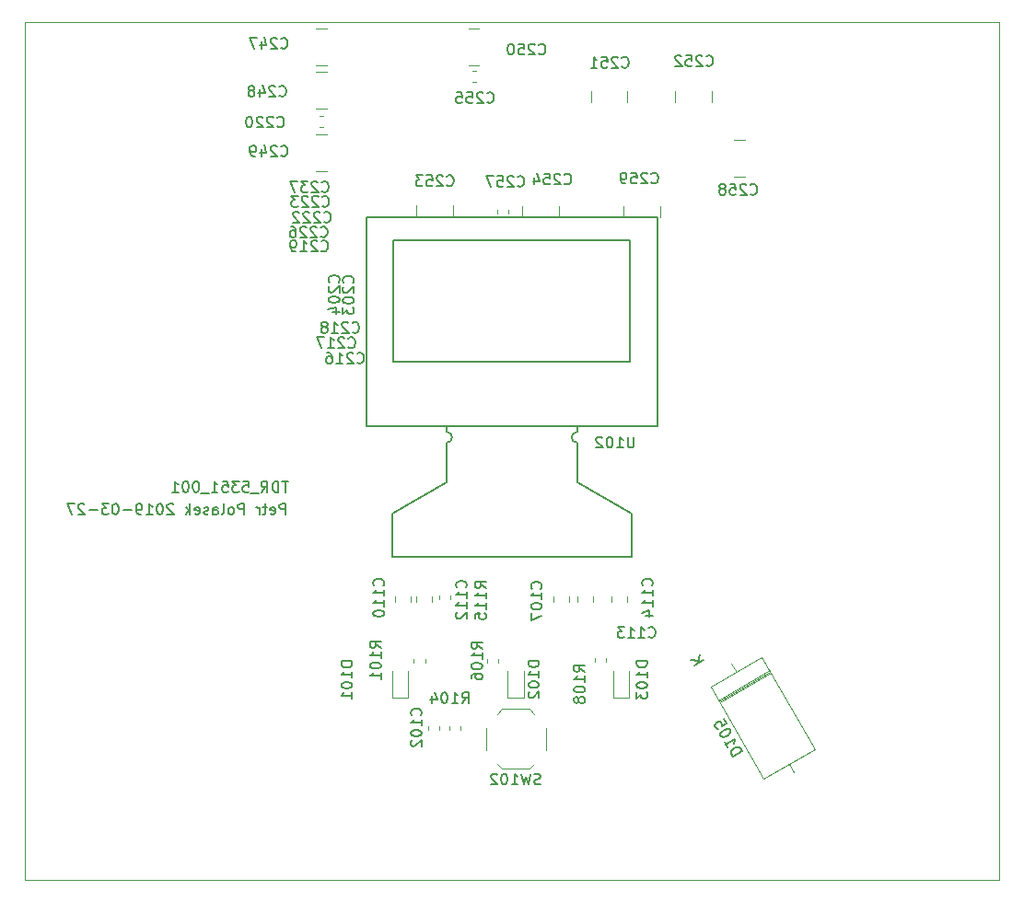
<source format=gbr>
G04 #@! TF.GenerationSoftware,KiCad,Pcbnew,5.1.0-unknown-c1c4a09~82~ubuntu18.04.1*
G04 #@! TF.CreationDate,2019-03-27T22:18:46+01:00*
G04 #@! TF.ProjectId,TDR_5351_core,5444525f-3533-4353-915f-636f72652e6b,rev?*
G04 #@! TF.SameCoordinates,Original*
G04 #@! TF.FileFunction,Legend,Bot*
G04 #@! TF.FilePolarity,Positive*
%FSLAX46Y46*%
G04 Gerber Fmt 4.6, Leading zero omitted, Abs format (unit mm)*
G04 Created by KiCad (PCBNEW 5.1.0-unknown-c1c4a09~82~ubuntu18.04.1) date 2019-03-27 22:18:46*
%MOMM*%
%LPD*%
G04 APERTURE LIST*
%ADD10C,0.150000*%
%ADD11C,0.050000*%
%ADD12C,0.120000*%
G04 APERTURE END LIST*
D10*
X192000000Y-75302380D02*
X192000000Y-74302380D01*
X191619047Y-74302380D01*
X191523809Y-74350000D01*
X191476190Y-74397619D01*
X191428571Y-74492857D01*
X191428571Y-74635714D01*
X191476190Y-74730952D01*
X191523809Y-74778571D01*
X191619047Y-74826190D01*
X192000000Y-74826190D01*
X190619047Y-75254761D02*
X190714285Y-75302380D01*
X190904761Y-75302380D01*
X191000000Y-75254761D01*
X191047619Y-75159523D01*
X191047619Y-74778571D01*
X191000000Y-74683333D01*
X190904761Y-74635714D01*
X190714285Y-74635714D01*
X190619047Y-74683333D01*
X190571428Y-74778571D01*
X190571428Y-74873809D01*
X191047619Y-74969047D01*
X190285714Y-74635714D02*
X189904761Y-74635714D01*
X190142857Y-74302380D02*
X190142857Y-75159523D01*
X190095238Y-75254761D01*
X190000000Y-75302380D01*
X189904761Y-75302380D01*
X189571428Y-75302380D02*
X189571428Y-74635714D01*
X189571428Y-74826190D02*
X189523809Y-74730952D01*
X189476190Y-74683333D01*
X189380952Y-74635714D01*
X189285714Y-74635714D01*
X188190476Y-75302380D02*
X188190476Y-74302380D01*
X187809523Y-74302380D01*
X187714285Y-74350000D01*
X187666666Y-74397619D01*
X187619047Y-74492857D01*
X187619047Y-74635714D01*
X187666666Y-74730952D01*
X187714285Y-74778571D01*
X187809523Y-74826190D01*
X188190476Y-74826190D01*
X187047619Y-75302380D02*
X187142857Y-75254761D01*
X187190476Y-75207142D01*
X187238095Y-75111904D01*
X187238095Y-74826190D01*
X187190476Y-74730952D01*
X187142857Y-74683333D01*
X187047619Y-74635714D01*
X186904761Y-74635714D01*
X186809523Y-74683333D01*
X186761904Y-74730952D01*
X186714285Y-74826190D01*
X186714285Y-75111904D01*
X186761904Y-75207142D01*
X186809523Y-75254761D01*
X186904761Y-75302380D01*
X187047619Y-75302380D01*
X186142857Y-75302380D02*
X186238095Y-75254761D01*
X186285714Y-75159523D01*
X186285714Y-74302380D01*
X185333333Y-75302380D02*
X185333333Y-74778571D01*
X185380952Y-74683333D01*
X185476190Y-74635714D01*
X185666666Y-74635714D01*
X185761904Y-74683333D01*
X185333333Y-75254761D02*
X185428571Y-75302380D01*
X185666666Y-75302380D01*
X185761904Y-75254761D01*
X185809523Y-75159523D01*
X185809523Y-75064285D01*
X185761904Y-74969047D01*
X185666666Y-74921428D01*
X185428571Y-74921428D01*
X185333333Y-74873809D01*
X184904761Y-75254761D02*
X184809523Y-75302380D01*
X184619047Y-75302380D01*
X184523809Y-75254761D01*
X184476190Y-75159523D01*
X184476190Y-75111904D01*
X184523809Y-75016666D01*
X184619047Y-74969047D01*
X184761904Y-74969047D01*
X184857142Y-74921428D01*
X184904761Y-74826190D01*
X184904761Y-74778571D01*
X184857142Y-74683333D01*
X184761904Y-74635714D01*
X184619047Y-74635714D01*
X184523809Y-74683333D01*
X183666666Y-75254761D02*
X183761904Y-75302380D01*
X183952380Y-75302380D01*
X184047619Y-75254761D01*
X184095238Y-75159523D01*
X184095238Y-74778571D01*
X184047619Y-74683333D01*
X183952380Y-74635714D01*
X183761904Y-74635714D01*
X183666666Y-74683333D01*
X183619047Y-74778571D01*
X183619047Y-74873809D01*
X184095238Y-74969047D01*
X183190476Y-75302380D02*
X183190476Y-74302380D01*
X183095238Y-74921428D02*
X182809523Y-75302380D01*
X182809523Y-74635714D02*
X183190476Y-75016666D01*
X181666666Y-74397619D02*
X181619047Y-74350000D01*
X181523809Y-74302380D01*
X181285714Y-74302380D01*
X181190476Y-74350000D01*
X181142857Y-74397619D01*
X181095238Y-74492857D01*
X181095238Y-74588095D01*
X181142857Y-74730952D01*
X181714285Y-75302380D01*
X181095238Y-75302380D01*
X180476190Y-74302380D02*
X180380952Y-74302380D01*
X180285714Y-74350000D01*
X180238095Y-74397619D01*
X180190476Y-74492857D01*
X180142857Y-74683333D01*
X180142857Y-74921428D01*
X180190476Y-75111904D01*
X180238095Y-75207142D01*
X180285714Y-75254761D01*
X180380952Y-75302380D01*
X180476190Y-75302380D01*
X180571428Y-75254761D01*
X180619047Y-75207142D01*
X180666666Y-75111904D01*
X180714285Y-74921428D01*
X180714285Y-74683333D01*
X180666666Y-74492857D01*
X180619047Y-74397619D01*
X180571428Y-74350000D01*
X180476190Y-74302380D01*
X179190476Y-75302380D02*
X179761904Y-75302380D01*
X179476190Y-75302380D02*
X179476190Y-74302380D01*
X179571428Y-74445238D01*
X179666666Y-74540476D01*
X179761904Y-74588095D01*
X178714285Y-75302380D02*
X178523809Y-75302380D01*
X178428571Y-75254761D01*
X178380952Y-75207142D01*
X178285714Y-75064285D01*
X178238095Y-74873809D01*
X178238095Y-74492857D01*
X178285714Y-74397619D01*
X178333333Y-74350000D01*
X178428571Y-74302380D01*
X178619047Y-74302380D01*
X178714285Y-74350000D01*
X178761904Y-74397619D01*
X178809523Y-74492857D01*
X178809523Y-74730952D01*
X178761904Y-74826190D01*
X178714285Y-74873809D01*
X178619047Y-74921428D01*
X178428571Y-74921428D01*
X178333333Y-74873809D01*
X178285714Y-74826190D01*
X178238095Y-74730952D01*
X177809523Y-74921428D02*
X177047619Y-74921428D01*
X176380952Y-74302380D02*
X176285714Y-74302380D01*
X176190476Y-74350000D01*
X176142857Y-74397619D01*
X176095238Y-74492857D01*
X176047619Y-74683333D01*
X176047619Y-74921428D01*
X176095238Y-75111904D01*
X176142857Y-75207142D01*
X176190476Y-75254761D01*
X176285714Y-75302380D01*
X176380952Y-75302380D01*
X176476190Y-75254761D01*
X176523809Y-75207142D01*
X176571428Y-75111904D01*
X176619047Y-74921428D01*
X176619047Y-74683333D01*
X176571428Y-74492857D01*
X176523809Y-74397619D01*
X176476190Y-74350000D01*
X176380952Y-74302380D01*
X175714285Y-74302380D02*
X175095238Y-74302380D01*
X175428571Y-74683333D01*
X175285714Y-74683333D01*
X175190476Y-74730952D01*
X175142857Y-74778571D01*
X175095238Y-74873809D01*
X175095238Y-75111904D01*
X175142857Y-75207142D01*
X175190476Y-75254761D01*
X175285714Y-75302380D01*
X175571428Y-75302380D01*
X175666666Y-75254761D01*
X175714285Y-75207142D01*
X174666666Y-74921428D02*
X173904761Y-74921428D01*
X173476190Y-74397619D02*
X173428571Y-74350000D01*
X173333333Y-74302380D01*
X173095238Y-74302380D01*
X173000000Y-74350000D01*
X172952380Y-74397619D01*
X172904761Y-74492857D01*
X172904761Y-74588095D01*
X172952380Y-74730952D01*
X173523809Y-75302380D01*
X172904761Y-75302380D01*
X172571428Y-74302380D02*
X171904761Y-74302380D01*
X172333333Y-75302380D01*
X192230952Y-72252380D02*
X191659523Y-72252380D01*
X191945238Y-73252380D02*
X191945238Y-72252380D01*
X191326190Y-73252380D02*
X191326190Y-72252380D01*
X191088095Y-72252380D01*
X190945238Y-72300000D01*
X190850000Y-72395238D01*
X190802380Y-72490476D01*
X190754761Y-72680952D01*
X190754761Y-72823809D01*
X190802380Y-73014285D01*
X190850000Y-73109523D01*
X190945238Y-73204761D01*
X191088095Y-73252380D01*
X191326190Y-73252380D01*
X189754761Y-73252380D02*
X190088095Y-72776190D01*
X190326190Y-73252380D02*
X190326190Y-72252380D01*
X189945238Y-72252380D01*
X189850000Y-72300000D01*
X189802380Y-72347619D01*
X189754761Y-72442857D01*
X189754761Y-72585714D01*
X189802380Y-72680952D01*
X189850000Y-72728571D01*
X189945238Y-72776190D01*
X190326190Y-72776190D01*
X189564285Y-73347619D02*
X188802380Y-73347619D01*
X188088095Y-72252380D02*
X188564285Y-72252380D01*
X188611904Y-72728571D01*
X188564285Y-72680952D01*
X188469047Y-72633333D01*
X188230952Y-72633333D01*
X188135714Y-72680952D01*
X188088095Y-72728571D01*
X188040476Y-72823809D01*
X188040476Y-73061904D01*
X188088095Y-73157142D01*
X188135714Y-73204761D01*
X188230952Y-73252380D01*
X188469047Y-73252380D01*
X188564285Y-73204761D01*
X188611904Y-73157142D01*
X187707142Y-72252380D02*
X187088095Y-72252380D01*
X187421428Y-72633333D01*
X187278571Y-72633333D01*
X187183333Y-72680952D01*
X187135714Y-72728571D01*
X187088095Y-72823809D01*
X187088095Y-73061904D01*
X187135714Y-73157142D01*
X187183333Y-73204761D01*
X187278571Y-73252380D01*
X187564285Y-73252380D01*
X187659523Y-73204761D01*
X187707142Y-73157142D01*
X186183333Y-72252380D02*
X186659523Y-72252380D01*
X186707142Y-72728571D01*
X186659523Y-72680952D01*
X186564285Y-72633333D01*
X186326190Y-72633333D01*
X186230952Y-72680952D01*
X186183333Y-72728571D01*
X186135714Y-72823809D01*
X186135714Y-73061904D01*
X186183333Y-73157142D01*
X186230952Y-73204761D01*
X186326190Y-73252380D01*
X186564285Y-73252380D01*
X186659523Y-73204761D01*
X186707142Y-73157142D01*
X185183333Y-73252380D02*
X185754761Y-73252380D01*
X185469047Y-73252380D02*
X185469047Y-72252380D01*
X185564285Y-72395238D01*
X185659523Y-72490476D01*
X185754761Y-72538095D01*
X184992857Y-73347619D02*
X184230952Y-73347619D01*
X183802380Y-72252380D02*
X183707142Y-72252380D01*
X183611904Y-72300000D01*
X183564285Y-72347619D01*
X183516666Y-72442857D01*
X183469047Y-72633333D01*
X183469047Y-72871428D01*
X183516666Y-73061904D01*
X183564285Y-73157142D01*
X183611904Y-73204761D01*
X183707142Y-73252380D01*
X183802380Y-73252380D01*
X183897619Y-73204761D01*
X183945238Y-73157142D01*
X183992857Y-73061904D01*
X184040476Y-72871428D01*
X184040476Y-72633333D01*
X183992857Y-72442857D01*
X183945238Y-72347619D01*
X183897619Y-72300000D01*
X183802380Y-72252380D01*
X182850000Y-72252380D02*
X182754761Y-72252380D01*
X182659523Y-72300000D01*
X182611904Y-72347619D01*
X182564285Y-72442857D01*
X182516666Y-72633333D01*
X182516666Y-72871428D01*
X182564285Y-73061904D01*
X182611904Y-73157142D01*
X182659523Y-73204761D01*
X182754761Y-73252380D01*
X182850000Y-73252380D01*
X182945238Y-73204761D01*
X182992857Y-73157142D01*
X183040476Y-73061904D01*
X183088095Y-72871428D01*
X183088095Y-72633333D01*
X183040476Y-72442857D01*
X182992857Y-72347619D01*
X182945238Y-72300000D01*
X182850000Y-72252380D01*
X181564285Y-73252380D02*
X182135714Y-73252380D01*
X181850000Y-73252380D02*
X181850000Y-72252380D01*
X181945238Y-72395238D01*
X182040476Y-72490476D01*
X182135714Y-72538095D01*
D11*
X168000000Y-108950000D02*
X168000000Y-30000000D01*
X257600000Y-108950000D02*
X168000000Y-108950000D01*
X257600000Y-30000000D02*
X257600000Y-108950000D01*
X168000000Y-30000000D02*
X257600000Y-30000000D01*
D12*
G04 #@! TO.C,D105*
X231781911Y-92375656D02*
X236493089Y-89655656D01*
X231901911Y-92583502D02*
X236613089Y-89863502D01*
X231841911Y-92479579D02*
X236553089Y-89759579D01*
X238750000Y-99004740D02*
X238295000Y-98216657D01*
X232970000Y-88993487D02*
X233425000Y-89781570D01*
X235939411Y-99576657D02*
X231069411Y-91141570D01*
X240650589Y-96856657D02*
X235939411Y-99576657D01*
X235780589Y-88421570D02*
X240650589Y-96856657D01*
X231069411Y-91141570D02*
X235780589Y-88421570D01*
G04 #@! TO.C,C259*
X226430000Y-47950000D02*
X226430000Y-46950000D01*
X223070000Y-47950000D02*
X223070000Y-46950000D01*
G04 #@! TO.C,C258*
X234200000Y-40870000D02*
X233200000Y-40870000D01*
X234200000Y-44230000D02*
X233200000Y-44230000D01*
G04 #@! TO.C,C257*
X211440000Y-47621267D02*
X211440000Y-47278733D01*
X212460000Y-47621267D02*
X212460000Y-47278733D01*
G04 #@! TO.C,C255*
X209471267Y-35510000D02*
X209128733Y-35510000D01*
X209471267Y-34490000D02*
X209128733Y-34490000D01*
G04 #@! TO.C,C254*
X217130000Y-47950000D02*
X217130000Y-46950000D01*
X213770000Y-47950000D02*
X213770000Y-46950000D01*
G04 #@! TO.C,C253*
X207380000Y-47900000D02*
X207380000Y-46900000D01*
X204020000Y-47900000D02*
X204020000Y-46900000D01*
G04 #@! TO.C,C252*
X227820000Y-36400000D02*
X227820000Y-37400000D01*
X231180000Y-36400000D02*
X231180000Y-37400000D01*
G04 #@! TO.C,C251*
X220070000Y-36400000D02*
X220070000Y-37400000D01*
X223430000Y-36400000D02*
X223430000Y-37400000D01*
G04 #@! TO.C,C250*
X209800000Y-30620000D02*
X208800000Y-30620000D01*
X209800000Y-33980000D02*
X208800000Y-33980000D01*
G04 #@! TO.C,C249*
X194750000Y-43730000D02*
X195750000Y-43730000D01*
X194750000Y-40370000D02*
X195750000Y-40370000D01*
G04 #@! TO.C,C248*
X194750000Y-37930000D02*
X195750000Y-37930000D01*
X194750000Y-34570000D02*
X195750000Y-34570000D01*
G04 #@! TO.C,C247*
X194750000Y-33980000D02*
X195750000Y-33980000D01*
X194750000Y-30620000D02*
X195750000Y-30620000D01*
G04 #@! TO.C,R115*
X206140000Y-83096267D02*
X206140000Y-82753733D01*
X207160000Y-83096267D02*
X207160000Y-82753733D01*
G04 #@! TO.C,R108*
X221410000Y-88528733D02*
X221410000Y-88871267D01*
X220390000Y-88528733D02*
X220390000Y-88871267D01*
G04 #@! TO.C,R106*
X211560000Y-88578733D02*
X211560000Y-88921267D01*
X210540000Y-88578733D02*
X210540000Y-88921267D01*
G04 #@! TO.C,R104*
X207040000Y-95096267D02*
X207040000Y-94753733D01*
X208060000Y-95096267D02*
X208060000Y-94753733D01*
G04 #@! TO.C,R101*
X204810000Y-88578733D02*
X204810000Y-88921267D01*
X203790000Y-88578733D02*
X203790000Y-88921267D01*
G04 #@! TO.C,C220*
X195078733Y-38640000D02*
X195421267Y-38640000D01*
X195078733Y-39660000D02*
X195421267Y-39660000D01*
G04 #@! TO.C,C102*
X206110000Y-94753733D02*
X206110000Y-95096267D01*
X205090000Y-94753733D02*
X205090000Y-95096267D01*
D10*
G04 #@! TO.C,U102*
X201928000Y-50038000D02*
X201928000Y-61242000D01*
X223672000Y-50038000D02*
X223672000Y-61242000D01*
X223672000Y-61242000D02*
X201928000Y-61242000D01*
X223672000Y-50038000D02*
X201928000Y-50038000D01*
X206800000Y-68700000D02*
X206800000Y-72313000D01*
X218800000Y-68700000D02*
X218800000Y-72313000D01*
X218800000Y-68700000D02*
G75*
G02X218800000Y-67700000I0J500000D01*
G01*
X206800000Y-67700000D02*
G75*
G02X206800000Y-68700000I0J-500000D01*
G01*
X206800000Y-67200000D02*
X206800000Y-67700000D01*
X218800000Y-67200000D02*
X218800000Y-67700000D01*
X223800000Y-79200000D02*
X223800000Y-75200000D01*
X223800000Y-75200000D02*
X218800000Y-72313000D01*
X201800000Y-79200000D02*
X201800000Y-75200000D01*
X201800000Y-75200000D02*
X206800000Y-72313000D01*
X223800000Y-79200000D02*
X201800000Y-79200000D01*
X226150000Y-67200000D02*
X199450000Y-67200000D01*
X199450000Y-67200000D02*
X199450000Y-47950000D01*
X199450000Y-47950000D02*
X226150000Y-47950000D01*
X226150000Y-47950000D02*
X226150000Y-67200000D01*
D12*
G04 #@! TO.C,SW102*
X211900000Y-98700000D02*
X214400000Y-98700000D01*
X210400000Y-96950000D02*
X210400000Y-94950000D01*
X211900000Y-93200000D02*
X214400000Y-93200000D01*
X215900000Y-96950000D02*
X215900000Y-94950000D01*
X211450000Y-98250000D02*
X211900000Y-98700000D01*
X214850000Y-98250000D02*
X214400000Y-98700000D01*
X214850000Y-93650000D02*
X214400000Y-93200000D01*
X211450000Y-93650000D02*
X211900000Y-93200000D01*
G04 #@! TO.C,D103*
X222115000Y-92160000D02*
X222115000Y-89700000D01*
X223585000Y-92160000D02*
X222115000Y-92160000D01*
X223585000Y-89700000D02*
X223585000Y-92160000D01*
G04 #@! TO.C,D102*
X212415000Y-92160000D02*
X212415000Y-89700000D01*
X213885000Y-92160000D02*
X212415000Y-92160000D01*
X213885000Y-89700000D02*
X213885000Y-92160000D01*
G04 #@! TO.C,D101*
X201765000Y-92160000D02*
X201765000Y-89700000D01*
X203235000Y-92160000D02*
X201765000Y-92160000D01*
X203235000Y-89700000D02*
X203235000Y-92160000D01*
G04 #@! TO.C,C114*
X221940000Y-83361252D02*
X221940000Y-82838748D01*
X223360000Y-83361252D02*
X223360000Y-82838748D01*
G04 #@! TO.C,C113*
X218840000Y-83361252D02*
X218840000Y-82838748D01*
X220260000Y-83361252D02*
X220260000Y-82838748D01*
G04 #@! TO.C,C112*
X204040000Y-83336252D02*
X204040000Y-82813748D01*
X205460000Y-83336252D02*
X205460000Y-82813748D01*
G04 #@! TO.C,C110*
X203460000Y-82813748D02*
X203460000Y-83336252D01*
X202040000Y-82813748D02*
X202040000Y-83336252D01*
G04 #@! TO.C,C107*
X218060000Y-82838748D02*
X218060000Y-83361252D01*
X216640000Y-82838748D02*
X216640000Y-83361252D01*
G04 #@! TD*
G04 #@! TO.C,D105*
D10*
X233091849Y-97549299D02*
X233957875Y-97049299D01*
X233838827Y-96843103D01*
X233726159Y-96743194D01*
X233596061Y-96708335D01*
X233489773Y-96714715D01*
X233301007Y-96768713D01*
X233177289Y-96840142D01*
X233036141Y-96976619D01*
X232977472Y-97065478D01*
X232942612Y-97195575D01*
X232972802Y-97343103D01*
X233091849Y-97549299D01*
X232329944Y-96229642D02*
X232615659Y-96724513D01*
X232472802Y-96477077D02*
X233338827Y-95977077D01*
X233262728Y-96130985D01*
X233227869Y-96261082D01*
X233234248Y-96367370D01*
X232886446Y-95193531D02*
X232838827Y-95111052D01*
X232749969Y-95052383D01*
X232684920Y-95034953D01*
X232578632Y-95041333D01*
X232389865Y-95095332D01*
X232183668Y-95214379D01*
X232042521Y-95350857D01*
X231983852Y-95439715D01*
X231966422Y-95504764D01*
X231972802Y-95611052D01*
X232020421Y-95693531D01*
X232109279Y-95752200D01*
X232174328Y-95769629D01*
X232280616Y-95763250D01*
X232469383Y-95709251D01*
X232675579Y-95590203D01*
X232816727Y-95453726D01*
X232875396Y-95364868D01*
X232892826Y-95299819D01*
X232886446Y-95193531D01*
X232267398Y-94121309D02*
X232505494Y-94533702D01*
X232116910Y-94813036D01*
X232134340Y-94747987D01*
X232127960Y-94641699D01*
X232008913Y-94435503D01*
X231920054Y-94376834D01*
X231855005Y-94359404D01*
X231748717Y-94365784D01*
X231542521Y-94484831D01*
X231483852Y-94573690D01*
X231466422Y-94638738D01*
X231472802Y-94745027D01*
X231591849Y-94951223D01*
X231680708Y-95009892D01*
X231745756Y-95027322D01*
X229537512Y-89153006D02*
X230403538Y-88653006D01*
X229251798Y-88658134D02*
X229960956Y-88743574D01*
X230117824Y-88158134D02*
X229908666Y-88938720D01*
G04 #@! TO.C,C259*
X225619047Y-44757142D02*
X225666666Y-44804761D01*
X225809523Y-44852380D01*
X225904761Y-44852380D01*
X226047619Y-44804761D01*
X226142857Y-44709523D01*
X226190476Y-44614285D01*
X226238095Y-44423809D01*
X226238095Y-44280952D01*
X226190476Y-44090476D01*
X226142857Y-43995238D01*
X226047619Y-43900000D01*
X225904761Y-43852380D01*
X225809523Y-43852380D01*
X225666666Y-43900000D01*
X225619047Y-43947619D01*
X225238095Y-43947619D02*
X225190476Y-43900000D01*
X225095238Y-43852380D01*
X224857142Y-43852380D01*
X224761904Y-43900000D01*
X224714285Y-43947619D01*
X224666666Y-44042857D01*
X224666666Y-44138095D01*
X224714285Y-44280952D01*
X225285714Y-44852380D01*
X224666666Y-44852380D01*
X223761904Y-43852380D02*
X224238095Y-43852380D01*
X224285714Y-44328571D01*
X224238095Y-44280952D01*
X224142857Y-44233333D01*
X223904761Y-44233333D01*
X223809523Y-44280952D01*
X223761904Y-44328571D01*
X223714285Y-44423809D01*
X223714285Y-44661904D01*
X223761904Y-44757142D01*
X223809523Y-44804761D01*
X223904761Y-44852380D01*
X224142857Y-44852380D01*
X224238095Y-44804761D01*
X224285714Y-44757142D01*
X223238095Y-44852380D02*
X223047619Y-44852380D01*
X222952380Y-44804761D01*
X222904761Y-44757142D01*
X222809523Y-44614285D01*
X222761904Y-44423809D01*
X222761904Y-44042857D01*
X222809523Y-43947619D01*
X222857142Y-43900000D01*
X222952380Y-43852380D01*
X223142857Y-43852380D01*
X223238095Y-43900000D01*
X223285714Y-43947619D01*
X223333333Y-44042857D01*
X223333333Y-44280952D01*
X223285714Y-44376190D01*
X223238095Y-44423809D01*
X223142857Y-44471428D01*
X222952380Y-44471428D01*
X222857142Y-44423809D01*
X222809523Y-44376190D01*
X222761904Y-44280952D01*
G04 #@! TO.C,C258*
X234719047Y-45807142D02*
X234766666Y-45854761D01*
X234909523Y-45902380D01*
X235004761Y-45902380D01*
X235147619Y-45854761D01*
X235242857Y-45759523D01*
X235290476Y-45664285D01*
X235338095Y-45473809D01*
X235338095Y-45330952D01*
X235290476Y-45140476D01*
X235242857Y-45045238D01*
X235147619Y-44950000D01*
X235004761Y-44902380D01*
X234909523Y-44902380D01*
X234766666Y-44950000D01*
X234719047Y-44997619D01*
X234338095Y-44997619D02*
X234290476Y-44950000D01*
X234195238Y-44902380D01*
X233957142Y-44902380D01*
X233861904Y-44950000D01*
X233814285Y-44997619D01*
X233766666Y-45092857D01*
X233766666Y-45188095D01*
X233814285Y-45330952D01*
X234385714Y-45902380D01*
X233766666Y-45902380D01*
X232861904Y-44902380D02*
X233338095Y-44902380D01*
X233385714Y-45378571D01*
X233338095Y-45330952D01*
X233242857Y-45283333D01*
X233004761Y-45283333D01*
X232909523Y-45330952D01*
X232861904Y-45378571D01*
X232814285Y-45473809D01*
X232814285Y-45711904D01*
X232861904Y-45807142D01*
X232909523Y-45854761D01*
X233004761Y-45902380D01*
X233242857Y-45902380D01*
X233338095Y-45854761D01*
X233385714Y-45807142D01*
X232242857Y-45330952D02*
X232338095Y-45283333D01*
X232385714Y-45235714D01*
X232433333Y-45140476D01*
X232433333Y-45092857D01*
X232385714Y-44997619D01*
X232338095Y-44950000D01*
X232242857Y-44902380D01*
X232052380Y-44902380D01*
X231957142Y-44950000D01*
X231909523Y-44997619D01*
X231861904Y-45092857D01*
X231861904Y-45140476D01*
X231909523Y-45235714D01*
X231957142Y-45283333D01*
X232052380Y-45330952D01*
X232242857Y-45330952D01*
X232338095Y-45378571D01*
X232385714Y-45426190D01*
X232433333Y-45521428D01*
X232433333Y-45711904D01*
X232385714Y-45807142D01*
X232338095Y-45854761D01*
X232242857Y-45902380D01*
X232052380Y-45902380D01*
X231957142Y-45854761D01*
X231909523Y-45807142D01*
X231861904Y-45711904D01*
X231861904Y-45521428D01*
X231909523Y-45426190D01*
X231957142Y-45378571D01*
X232052380Y-45330952D01*
G04 #@! TO.C,C257*
X213319047Y-45057142D02*
X213366666Y-45104761D01*
X213509523Y-45152380D01*
X213604761Y-45152380D01*
X213747619Y-45104761D01*
X213842857Y-45009523D01*
X213890476Y-44914285D01*
X213938095Y-44723809D01*
X213938095Y-44580952D01*
X213890476Y-44390476D01*
X213842857Y-44295238D01*
X213747619Y-44200000D01*
X213604761Y-44152380D01*
X213509523Y-44152380D01*
X213366666Y-44200000D01*
X213319047Y-44247619D01*
X212938095Y-44247619D02*
X212890476Y-44200000D01*
X212795238Y-44152380D01*
X212557142Y-44152380D01*
X212461904Y-44200000D01*
X212414285Y-44247619D01*
X212366666Y-44342857D01*
X212366666Y-44438095D01*
X212414285Y-44580952D01*
X212985714Y-45152380D01*
X212366666Y-45152380D01*
X211461904Y-44152380D02*
X211938095Y-44152380D01*
X211985714Y-44628571D01*
X211938095Y-44580952D01*
X211842857Y-44533333D01*
X211604761Y-44533333D01*
X211509523Y-44580952D01*
X211461904Y-44628571D01*
X211414285Y-44723809D01*
X211414285Y-44961904D01*
X211461904Y-45057142D01*
X211509523Y-45104761D01*
X211604761Y-45152380D01*
X211842857Y-45152380D01*
X211938095Y-45104761D01*
X211985714Y-45057142D01*
X211080952Y-44152380D02*
X210414285Y-44152380D01*
X210842857Y-45152380D01*
G04 #@! TO.C,C255*
X210519047Y-37357142D02*
X210566666Y-37404761D01*
X210709523Y-37452380D01*
X210804761Y-37452380D01*
X210947619Y-37404761D01*
X211042857Y-37309523D01*
X211090476Y-37214285D01*
X211138095Y-37023809D01*
X211138095Y-36880952D01*
X211090476Y-36690476D01*
X211042857Y-36595238D01*
X210947619Y-36500000D01*
X210804761Y-36452380D01*
X210709523Y-36452380D01*
X210566666Y-36500000D01*
X210519047Y-36547619D01*
X210138095Y-36547619D02*
X210090476Y-36500000D01*
X209995238Y-36452380D01*
X209757142Y-36452380D01*
X209661904Y-36500000D01*
X209614285Y-36547619D01*
X209566666Y-36642857D01*
X209566666Y-36738095D01*
X209614285Y-36880952D01*
X210185714Y-37452380D01*
X209566666Y-37452380D01*
X208661904Y-36452380D02*
X209138095Y-36452380D01*
X209185714Y-36928571D01*
X209138095Y-36880952D01*
X209042857Y-36833333D01*
X208804761Y-36833333D01*
X208709523Y-36880952D01*
X208661904Y-36928571D01*
X208614285Y-37023809D01*
X208614285Y-37261904D01*
X208661904Y-37357142D01*
X208709523Y-37404761D01*
X208804761Y-37452380D01*
X209042857Y-37452380D01*
X209138095Y-37404761D01*
X209185714Y-37357142D01*
X207709523Y-36452380D02*
X208185714Y-36452380D01*
X208233333Y-36928571D01*
X208185714Y-36880952D01*
X208090476Y-36833333D01*
X207852380Y-36833333D01*
X207757142Y-36880952D01*
X207709523Y-36928571D01*
X207661904Y-37023809D01*
X207661904Y-37261904D01*
X207709523Y-37357142D01*
X207757142Y-37404761D01*
X207852380Y-37452380D01*
X208090476Y-37452380D01*
X208185714Y-37404761D01*
X208233333Y-37357142D01*
G04 #@! TO.C,C254*
X217619047Y-44857142D02*
X217666666Y-44904761D01*
X217809523Y-44952380D01*
X217904761Y-44952380D01*
X218047619Y-44904761D01*
X218142857Y-44809523D01*
X218190476Y-44714285D01*
X218238095Y-44523809D01*
X218238095Y-44380952D01*
X218190476Y-44190476D01*
X218142857Y-44095238D01*
X218047619Y-44000000D01*
X217904761Y-43952380D01*
X217809523Y-43952380D01*
X217666666Y-44000000D01*
X217619047Y-44047619D01*
X217238095Y-44047619D02*
X217190476Y-44000000D01*
X217095238Y-43952380D01*
X216857142Y-43952380D01*
X216761904Y-44000000D01*
X216714285Y-44047619D01*
X216666666Y-44142857D01*
X216666666Y-44238095D01*
X216714285Y-44380952D01*
X217285714Y-44952380D01*
X216666666Y-44952380D01*
X215761904Y-43952380D02*
X216238095Y-43952380D01*
X216285714Y-44428571D01*
X216238095Y-44380952D01*
X216142857Y-44333333D01*
X215904761Y-44333333D01*
X215809523Y-44380952D01*
X215761904Y-44428571D01*
X215714285Y-44523809D01*
X215714285Y-44761904D01*
X215761904Y-44857142D01*
X215809523Y-44904761D01*
X215904761Y-44952380D01*
X216142857Y-44952380D01*
X216238095Y-44904761D01*
X216285714Y-44857142D01*
X214857142Y-44285714D02*
X214857142Y-44952380D01*
X215095238Y-43904761D02*
X215333333Y-44619047D01*
X214714285Y-44619047D01*
G04 #@! TO.C,C253*
X206819047Y-45007142D02*
X206866666Y-45054761D01*
X207009523Y-45102380D01*
X207104761Y-45102380D01*
X207247619Y-45054761D01*
X207342857Y-44959523D01*
X207390476Y-44864285D01*
X207438095Y-44673809D01*
X207438095Y-44530952D01*
X207390476Y-44340476D01*
X207342857Y-44245238D01*
X207247619Y-44150000D01*
X207104761Y-44102380D01*
X207009523Y-44102380D01*
X206866666Y-44150000D01*
X206819047Y-44197619D01*
X206438095Y-44197619D02*
X206390476Y-44150000D01*
X206295238Y-44102380D01*
X206057142Y-44102380D01*
X205961904Y-44150000D01*
X205914285Y-44197619D01*
X205866666Y-44292857D01*
X205866666Y-44388095D01*
X205914285Y-44530952D01*
X206485714Y-45102380D01*
X205866666Y-45102380D01*
X204961904Y-44102380D02*
X205438095Y-44102380D01*
X205485714Y-44578571D01*
X205438095Y-44530952D01*
X205342857Y-44483333D01*
X205104761Y-44483333D01*
X205009523Y-44530952D01*
X204961904Y-44578571D01*
X204914285Y-44673809D01*
X204914285Y-44911904D01*
X204961904Y-45007142D01*
X205009523Y-45054761D01*
X205104761Y-45102380D01*
X205342857Y-45102380D01*
X205438095Y-45054761D01*
X205485714Y-45007142D01*
X204580952Y-44102380D02*
X203961904Y-44102380D01*
X204295238Y-44483333D01*
X204152380Y-44483333D01*
X204057142Y-44530952D01*
X204009523Y-44578571D01*
X203961904Y-44673809D01*
X203961904Y-44911904D01*
X204009523Y-45007142D01*
X204057142Y-45054761D01*
X204152380Y-45102380D01*
X204438095Y-45102380D01*
X204533333Y-45054761D01*
X204580952Y-45007142D01*
G04 #@! TO.C,C252*
X230669047Y-33957142D02*
X230716666Y-34004761D01*
X230859523Y-34052380D01*
X230954761Y-34052380D01*
X231097619Y-34004761D01*
X231192857Y-33909523D01*
X231240476Y-33814285D01*
X231288095Y-33623809D01*
X231288095Y-33480952D01*
X231240476Y-33290476D01*
X231192857Y-33195238D01*
X231097619Y-33100000D01*
X230954761Y-33052380D01*
X230859523Y-33052380D01*
X230716666Y-33100000D01*
X230669047Y-33147619D01*
X230288095Y-33147619D02*
X230240476Y-33100000D01*
X230145238Y-33052380D01*
X229907142Y-33052380D01*
X229811904Y-33100000D01*
X229764285Y-33147619D01*
X229716666Y-33242857D01*
X229716666Y-33338095D01*
X229764285Y-33480952D01*
X230335714Y-34052380D01*
X229716666Y-34052380D01*
X228811904Y-33052380D02*
X229288095Y-33052380D01*
X229335714Y-33528571D01*
X229288095Y-33480952D01*
X229192857Y-33433333D01*
X228954761Y-33433333D01*
X228859523Y-33480952D01*
X228811904Y-33528571D01*
X228764285Y-33623809D01*
X228764285Y-33861904D01*
X228811904Y-33957142D01*
X228859523Y-34004761D01*
X228954761Y-34052380D01*
X229192857Y-34052380D01*
X229288095Y-34004761D01*
X229335714Y-33957142D01*
X228383333Y-33147619D02*
X228335714Y-33100000D01*
X228240476Y-33052380D01*
X228002380Y-33052380D01*
X227907142Y-33100000D01*
X227859523Y-33147619D01*
X227811904Y-33242857D01*
X227811904Y-33338095D01*
X227859523Y-33480952D01*
X228430952Y-34052380D01*
X227811904Y-34052380D01*
G04 #@! TO.C,C251*
X222919047Y-34107142D02*
X222966666Y-34154761D01*
X223109523Y-34202380D01*
X223204761Y-34202380D01*
X223347619Y-34154761D01*
X223442857Y-34059523D01*
X223490476Y-33964285D01*
X223538095Y-33773809D01*
X223538095Y-33630952D01*
X223490476Y-33440476D01*
X223442857Y-33345238D01*
X223347619Y-33250000D01*
X223204761Y-33202380D01*
X223109523Y-33202380D01*
X222966666Y-33250000D01*
X222919047Y-33297619D01*
X222538095Y-33297619D02*
X222490476Y-33250000D01*
X222395238Y-33202380D01*
X222157142Y-33202380D01*
X222061904Y-33250000D01*
X222014285Y-33297619D01*
X221966666Y-33392857D01*
X221966666Y-33488095D01*
X222014285Y-33630952D01*
X222585714Y-34202380D01*
X221966666Y-34202380D01*
X221061904Y-33202380D02*
X221538095Y-33202380D01*
X221585714Y-33678571D01*
X221538095Y-33630952D01*
X221442857Y-33583333D01*
X221204761Y-33583333D01*
X221109523Y-33630952D01*
X221061904Y-33678571D01*
X221014285Y-33773809D01*
X221014285Y-34011904D01*
X221061904Y-34107142D01*
X221109523Y-34154761D01*
X221204761Y-34202380D01*
X221442857Y-34202380D01*
X221538095Y-34154761D01*
X221585714Y-34107142D01*
X220061904Y-34202380D02*
X220633333Y-34202380D01*
X220347619Y-34202380D02*
X220347619Y-33202380D01*
X220442857Y-33345238D01*
X220538095Y-33440476D01*
X220633333Y-33488095D01*
G04 #@! TO.C,C250*
X215269047Y-32907142D02*
X215316666Y-32954761D01*
X215459523Y-33002380D01*
X215554761Y-33002380D01*
X215697619Y-32954761D01*
X215792857Y-32859523D01*
X215840476Y-32764285D01*
X215888095Y-32573809D01*
X215888095Y-32430952D01*
X215840476Y-32240476D01*
X215792857Y-32145238D01*
X215697619Y-32050000D01*
X215554761Y-32002380D01*
X215459523Y-32002380D01*
X215316666Y-32050000D01*
X215269047Y-32097619D01*
X214888095Y-32097619D02*
X214840476Y-32050000D01*
X214745238Y-32002380D01*
X214507142Y-32002380D01*
X214411904Y-32050000D01*
X214364285Y-32097619D01*
X214316666Y-32192857D01*
X214316666Y-32288095D01*
X214364285Y-32430952D01*
X214935714Y-33002380D01*
X214316666Y-33002380D01*
X213411904Y-32002380D02*
X213888095Y-32002380D01*
X213935714Y-32478571D01*
X213888095Y-32430952D01*
X213792857Y-32383333D01*
X213554761Y-32383333D01*
X213459523Y-32430952D01*
X213411904Y-32478571D01*
X213364285Y-32573809D01*
X213364285Y-32811904D01*
X213411904Y-32907142D01*
X213459523Y-32954761D01*
X213554761Y-33002380D01*
X213792857Y-33002380D01*
X213888095Y-32954761D01*
X213935714Y-32907142D01*
X212745238Y-32002380D02*
X212650000Y-32002380D01*
X212554761Y-32050000D01*
X212507142Y-32097619D01*
X212459523Y-32192857D01*
X212411904Y-32383333D01*
X212411904Y-32621428D01*
X212459523Y-32811904D01*
X212507142Y-32907142D01*
X212554761Y-32954761D01*
X212650000Y-33002380D01*
X212745238Y-33002380D01*
X212840476Y-32954761D01*
X212888095Y-32907142D01*
X212935714Y-32811904D01*
X212983333Y-32621428D01*
X212983333Y-32383333D01*
X212935714Y-32192857D01*
X212888095Y-32097619D01*
X212840476Y-32050000D01*
X212745238Y-32002380D01*
G04 #@! TO.C,C249*
X191569047Y-42257142D02*
X191616666Y-42304761D01*
X191759523Y-42352380D01*
X191854761Y-42352380D01*
X191997619Y-42304761D01*
X192092857Y-42209523D01*
X192140476Y-42114285D01*
X192188095Y-41923809D01*
X192188095Y-41780952D01*
X192140476Y-41590476D01*
X192092857Y-41495238D01*
X191997619Y-41400000D01*
X191854761Y-41352380D01*
X191759523Y-41352380D01*
X191616666Y-41400000D01*
X191569047Y-41447619D01*
X191188095Y-41447619D02*
X191140476Y-41400000D01*
X191045238Y-41352380D01*
X190807142Y-41352380D01*
X190711904Y-41400000D01*
X190664285Y-41447619D01*
X190616666Y-41542857D01*
X190616666Y-41638095D01*
X190664285Y-41780952D01*
X191235714Y-42352380D01*
X190616666Y-42352380D01*
X189759523Y-41685714D02*
X189759523Y-42352380D01*
X189997619Y-41304761D02*
X190235714Y-42019047D01*
X189616666Y-42019047D01*
X189188095Y-42352380D02*
X188997619Y-42352380D01*
X188902380Y-42304761D01*
X188854761Y-42257142D01*
X188759523Y-42114285D01*
X188711904Y-41923809D01*
X188711904Y-41542857D01*
X188759523Y-41447619D01*
X188807142Y-41400000D01*
X188902380Y-41352380D01*
X189092857Y-41352380D01*
X189188095Y-41400000D01*
X189235714Y-41447619D01*
X189283333Y-41542857D01*
X189283333Y-41780952D01*
X189235714Y-41876190D01*
X189188095Y-41923809D01*
X189092857Y-41971428D01*
X188902380Y-41971428D01*
X188807142Y-41923809D01*
X188759523Y-41876190D01*
X188711904Y-41780952D01*
G04 #@! TO.C,C248*
X191419047Y-36757142D02*
X191466666Y-36804761D01*
X191609523Y-36852380D01*
X191704761Y-36852380D01*
X191847619Y-36804761D01*
X191942857Y-36709523D01*
X191990476Y-36614285D01*
X192038095Y-36423809D01*
X192038095Y-36280952D01*
X191990476Y-36090476D01*
X191942857Y-35995238D01*
X191847619Y-35900000D01*
X191704761Y-35852380D01*
X191609523Y-35852380D01*
X191466666Y-35900000D01*
X191419047Y-35947619D01*
X191038095Y-35947619D02*
X190990476Y-35900000D01*
X190895238Y-35852380D01*
X190657142Y-35852380D01*
X190561904Y-35900000D01*
X190514285Y-35947619D01*
X190466666Y-36042857D01*
X190466666Y-36138095D01*
X190514285Y-36280952D01*
X191085714Y-36852380D01*
X190466666Y-36852380D01*
X189609523Y-36185714D02*
X189609523Y-36852380D01*
X189847619Y-35804761D02*
X190085714Y-36519047D01*
X189466666Y-36519047D01*
X188942857Y-36280952D02*
X189038095Y-36233333D01*
X189085714Y-36185714D01*
X189133333Y-36090476D01*
X189133333Y-36042857D01*
X189085714Y-35947619D01*
X189038095Y-35900000D01*
X188942857Y-35852380D01*
X188752380Y-35852380D01*
X188657142Y-35900000D01*
X188609523Y-35947619D01*
X188561904Y-36042857D01*
X188561904Y-36090476D01*
X188609523Y-36185714D01*
X188657142Y-36233333D01*
X188752380Y-36280952D01*
X188942857Y-36280952D01*
X189038095Y-36328571D01*
X189085714Y-36376190D01*
X189133333Y-36471428D01*
X189133333Y-36661904D01*
X189085714Y-36757142D01*
X189038095Y-36804761D01*
X188942857Y-36852380D01*
X188752380Y-36852380D01*
X188657142Y-36804761D01*
X188609523Y-36757142D01*
X188561904Y-36661904D01*
X188561904Y-36471428D01*
X188609523Y-36376190D01*
X188657142Y-36328571D01*
X188752380Y-36280952D01*
G04 #@! TO.C,C247*
X191569047Y-32357142D02*
X191616666Y-32404761D01*
X191759523Y-32452380D01*
X191854761Y-32452380D01*
X191997619Y-32404761D01*
X192092857Y-32309523D01*
X192140476Y-32214285D01*
X192188095Y-32023809D01*
X192188095Y-31880952D01*
X192140476Y-31690476D01*
X192092857Y-31595238D01*
X191997619Y-31500000D01*
X191854761Y-31452380D01*
X191759523Y-31452380D01*
X191616666Y-31500000D01*
X191569047Y-31547619D01*
X191188095Y-31547619D02*
X191140476Y-31500000D01*
X191045238Y-31452380D01*
X190807142Y-31452380D01*
X190711904Y-31500000D01*
X190664285Y-31547619D01*
X190616666Y-31642857D01*
X190616666Y-31738095D01*
X190664285Y-31880952D01*
X191235714Y-32452380D01*
X190616666Y-32452380D01*
X189759523Y-31785714D02*
X189759523Y-32452380D01*
X189997619Y-31404761D02*
X190235714Y-32119047D01*
X189616666Y-32119047D01*
X189330952Y-31452380D02*
X188664285Y-31452380D01*
X189092857Y-32452380D01*
G04 #@! TO.C,C237*
X195319047Y-45557142D02*
X195366666Y-45604761D01*
X195509523Y-45652380D01*
X195604761Y-45652380D01*
X195747619Y-45604761D01*
X195842857Y-45509523D01*
X195890476Y-45414285D01*
X195938095Y-45223809D01*
X195938095Y-45080952D01*
X195890476Y-44890476D01*
X195842857Y-44795238D01*
X195747619Y-44700000D01*
X195604761Y-44652380D01*
X195509523Y-44652380D01*
X195366666Y-44700000D01*
X195319047Y-44747619D01*
X194938095Y-44747619D02*
X194890476Y-44700000D01*
X194795238Y-44652380D01*
X194557142Y-44652380D01*
X194461904Y-44700000D01*
X194414285Y-44747619D01*
X194366666Y-44842857D01*
X194366666Y-44938095D01*
X194414285Y-45080952D01*
X194985714Y-45652380D01*
X194366666Y-45652380D01*
X194033333Y-44652380D02*
X193414285Y-44652380D01*
X193747619Y-45033333D01*
X193604761Y-45033333D01*
X193509523Y-45080952D01*
X193461904Y-45128571D01*
X193414285Y-45223809D01*
X193414285Y-45461904D01*
X193461904Y-45557142D01*
X193509523Y-45604761D01*
X193604761Y-45652380D01*
X193890476Y-45652380D01*
X193985714Y-45604761D01*
X194033333Y-45557142D01*
X193080952Y-44652380D02*
X192414285Y-44652380D01*
X192842857Y-45652380D01*
G04 #@! TO.C,C218*
X198119047Y-58507142D02*
X198166666Y-58554761D01*
X198309523Y-58602380D01*
X198404761Y-58602380D01*
X198547619Y-58554761D01*
X198642857Y-58459523D01*
X198690476Y-58364285D01*
X198738095Y-58173809D01*
X198738095Y-58030952D01*
X198690476Y-57840476D01*
X198642857Y-57745238D01*
X198547619Y-57650000D01*
X198404761Y-57602380D01*
X198309523Y-57602380D01*
X198166666Y-57650000D01*
X198119047Y-57697619D01*
X197738095Y-57697619D02*
X197690476Y-57650000D01*
X197595238Y-57602380D01*
X197357142Y-57602380D01*
X197261904Y-57650000D01*
X197214285Y-57697619D01*
X197166666Y-57792857D01*
X197166666Y-57888095D01*
X197214285Y-58030952D01*
X197785714Y-58602380D01*
X197166666Y-58602380D01*
X196214285Y-58602380D02*
X196785714Y-58602380D01*
X196500000Y-58602380D02*
X196500000Y-57602380D01*
X196595238Y-57745238D01*
X196690476Y-57840476D01*
X196785714Y-57888095D01*
X195642857Y-58030952D02*
X195738095Y-57983333D01*
X195785714Y-57935714D01*
X195833333Y-57840476D01*
X195833333Y-57792857D01*
X195785714Y-57697619D01*
X195738095Y-57650000D01*
X195642857Y-57602380D01*
X195452380Y-57602380D01*
X195357142Y-57650000D01*
X195309523Y-57697619D01*
X195261904Y-57792857D01*
X195261904Y-57840476D01*
X195309523Y-57935714D01*
X195357142Y-57983333D01*
X195452380Y-58030952D01*
X195642857Y-58030952D01*
X195738095Y-58078571D01*
X195785714Y-58126190D01*
X195833333Y-58221428D01*
X195833333Y-58411904D01*
X195785714Y-58507142D01*
X195738095Y-58554761D01*
X195642857Y-58602380D01*
X195452380Y-58602380D01*
X195357142Y-58554761D01*
X195309523Y-58507142D01*
X195261904Y-58411904D01*
X195261904Y-58221428D01*
X195309523Y-58126190D01*
X195357142Y-58078571D01*
X195452380Y-58030952D01*
G04 #@! TO.C,C226*
X195219047Y-49707142D02*
X195266666Y-49754761D01*
X195409523Y-49802380D01*
X195504761Y-49802380D01*
X195647619Y-49754761D01*
X195742857Y-49659523D01*
X195790476Y-49564285D01*
X195838095Y-49373809D01*
X195838095Y-49230952D01*
X195790476Y-49040476D01*
X195742857Y-48945238D01*
X195647619Y-48850000D01*
X195504761Y-48802380D01*
X195409523Y-48802380D01*
X195266666Y-48850000D01*
X195219047Y-48897619D01*
X194838095Y-48897619D02*
X194790476Y-48850000D01*
X194695238Y-48802380D01*
X194457142Y-48802380D01*
X194361904Y-48850000D01*
X194314285Y-48897619D01*
X194266666Y-48992857D01*
X194266666Y-49088095D01*
X194314285Y-49230952D01*
X194885714Y-49802380D01*
X194266666Y-49802380D01*
X193885714Y-48897619D02*
X193838095Y-48850000D01*
X193742857Y-48802380D01*
X193504761Y-48802380D01*
X193409523Y-48850000D01*
X193361904Y-48897619D01*
X193314285Y-48992857D01*
X193314285Y-49088095D01*
X193361904Y-49230952D01*
X193933333Y-49802380D01*
X193314285Y-49802380D01*
X192457142Y-48802380D02*
X192647619Y-48802380D01*
X192742857Y-48850000D01*
X192790476Y-48897619D01*
X192885714Y-49040476D01*
X192933333Y-49230952D01*
X192933333Y-49611904D01*
X192885714Y-49707142D01*
X192838095Y-49754761D01*
X192742857Y-49802380D01*
X192552380Y-49802380D01*
X192457142Y-49754761D01*
X192409523Y-49707142D01*
X192361904Y-49611904D01*
X192361904Y-49373809D01*
X192409523Y-49278571D01*
X192457142Y-49230952D01*
X192552380Y-49183333D01*
X192742857Y-49183333D01*
X192838095Y-49230952D01*
X192885714Y-49278571D01*
X192933333Y-49373809D01*
G04 #@! TO.C,C222*
X195519047Y-48357142D02*
X195566666Y-48404761D01*
X195709523Y-48452380D01*
X195804761Y-48452380D01*
X195947619Y-48404761D01*
X196042857Y-48309523D01*
X196090476Y-48214285D01*
X196138095Y-48023809D01*
X196138095Y-47880952D01*
X196090476Y-47690476D01*
X196042857Y-47595238D01*
X195947619Y-47500000D01*
X195804761Y-47452380D01*
X195709523Y-47452380D01*
X195566666Y-47500000D01*
X195519047Y-47547619D01*
X195138095Y-47547619D02*
X195090476Y-47500000D01*
X194995238Y-47452380D01*
X194757142Y-47452380D01*
X194661904Y-47500000D01*
X194614285Y-47547619D01*
X194566666Y-47642857D01*
X194566666Y-47738095D01*
X194614285Y-47880952D01*
X195185714Y-48452380D01*
X194566666Y-48452380D01*
X194185714Y-47547619D02*
X194138095Y-47500000D01*
X194042857Y-47452380D01*
X193804761Y-47452380D01*
X193709523Y-47500000D01*
X193661904Y-47547619D01*
X193614285Y-47642857D01*
X193614285Y-47738095D01*
X193661904Y-47880952D01*
X194233333Y-48452380D01*
X193614285Y-48452380D01*
X193233333Y-47547619D02*
X193185714Y-47500000D01*
X193090476Y-47452380D01*
X192852380Y-47452380D01*
X192757142Y-47500000D01*
X192709523Y-47547619D01*
X192661904Y-47642857D01*
X192661904Y-47738095D01*
X192709523Y-47880952D01*
X193280952Y-48452380D01*
X192661904Y-48452380D01*
G04 #@! TO.C,C216*
X198569047Y-61307142D02*
X198616666Y-61354761D01*
X198759523Y-61402380D01*
X198854761Y-61402380D01*
X198997619Y-61354761D01*
X199092857Y-61259523D01*
X199140476Y-61164285D01*
X199188095Y-60973809D01*
X199188095Y-60830952D01*
X199140476Y-60640476D01*
X199092857Y-60545238D01*
X198997619Y-60450000D01*
X198854761Y-60402380D01*
X198759523Y-60402380D01*
X198616666Y-60450000D01*
X198569047Y-60497619D01*
X198188095Y-60497619D02*
X198140476Y-60450000D01*
X198045238Y-60402380D01*
X197807142Y-60402380D01*
X197711904Y-60450000D01*
X197664285Y-60497619D01*
X197616666Y-60592857D01*
X197616666Y-60688095D01*
X197664285Y-60830952D01*
X198235714Y-61402380D01*
X197616666Y-61402380D01*
X196664285Y-61402380D02*
X197235714Y-61402380D01*
X196950000Y-61402380D02*
X196950000Y-60402380D01*
X197045238Y-60545238D01*
X197140476Y-60640476D01*
X197235714Y-60688095D01*
X195807142Y-60402380D02*
X195997619Y-60402380D01*
X196092857Y-60450000D01*
X196140476Y-60497619D01*
X196235714Y-60640476D01*
X196283333Y-60830952D01*
X196283333Y-61211904D01*
X196235714Y-61307142D01*
X196188095Y-61354761D01*
X196092857Y-61402380D01*
X195902380Y-61402380D01*
X195807142Y-61354761D01*
X195759523Y-61307142D01*
X195711904Y-61211904D01*
X195711904Y-60973809D01*
X195759523Y-60878571D01*
X195807142Y-60830952D01*
X195902380Y-60783333D01*
X196092857Y-60783333D01*
X196188095Y-60830952D01*
X196235714Y-60878571D01*
X196283333Y-60973809D01*
G04 #@! TO.C,C203*
X198157142Y-53980952D02*
X198204761Y-53933333D01*
X198252380Y-53790476D01*
X198252380Y-53695238D01*
X198204761Y-53552380D01*
X198109523Y-53457142D01*
X198014285Y-53409523D01*
X197823809Y-53361904D01*
X197680952Y-53361904D01*
X197490476Y-53409523D01*
X197395238Y-53457142D01*
X197300000Y-53552380D01*
X197252380Y-53695238D01*
X197252380Y-53790476D01*
X197300000Y-53933333D01*
X197347619Y-53980952D01*
X197347619Y-54361904D02*
X197300000Y-54409523D01*
X197252380Y-54504761D01*
X197252380Y-54742857D01*
X197300000Y-54838095D01*
X197347619Y-54885714D01*
X197442857Y-54933333D01*
X197538095Y-54933333D01*
X197680952Y-54885714D01*
X198252380Y-54314285D01*
X198252380Y-54933333D01*
X197252380Y-55552380D02*
X197252380Y-55647619D01*
X197300000Y-55742857D01*
X197347619Y-55790476D01*
X197442857Y-55838095D01*
X197633333Y-55885714D01*
X197871428Y-55885714D01*
X198061904Y-55838095D01*
X198157142Y-55790476D01*
X198204761Y-55742857D01*
X198252380Y-55647619D01*
X198252380Y-55552380D01*
X198204761Y-55457142D01*
X198157142Y-55409523D01*
X198061904Y-55361904D01*
X197871428Y-55314285D01*
X197633333Y-55314285D01*
X197442857Y-55361904D01*
X197347619Y-55409523D01*
X197300000Y-55457142D01*
X197252380Y-55552380D01*
X197252380Y-56219047D02*
X197252380Y-56838095D01*
X197633333Y-56504761D01*
X197633333Y-56647619D01*
X197680952Y-56742857D01*
X197728571Y-56790476D01*
X197823809Y-56838095D01*
X198061904Y-56838095D01*
X198157142Y-56790476D01*
X198204761Y-56742857D01*
X198252380Y-56647619D01*
X198252380Y-56361904D01*
X198204761Y-56266666D01*
X198157142Y-56219047D01*
G04 #@! TO.C,R115*
X210402380Y-82080952D02*
X209926190Y-81747619D01*
X210402380Y-81509523D02*
X209402380Y-81509523D01*
X209402380Y-81890476D01*
X209450000Y-81985714D01*
X209497619Y-82033333D01*
X209592857Y-82080952D01*
X209735714Y-82080952D01*
X209830952Y-82033333D01*
X209878571Y-81985714D01*
X209926190Y-81890476D01*
X209926190Y-81509523D01*
X210402380Y-83033333D02*
X210402380Y-82461904D01*
X210402380Y-82747619D02*
X209402380Y-82747619D01*
X209545238Y-82652380D01*
X209640476Y-82557142D01*
X209688095Y-82461904D01*
X210402380Y-83985714D02*
X210402380Y-83414285D01*
X210402380Y-83700000D02*
X209402380Y-83700000D01*
X209545238Y-83604761D01*
X209640476Y-83509523D01*
X209688095Y-83414285D01*
X209402380Y-84890476D02*
X209402380Y-84414285D01*
X209878571Y-84366666D01*
X209830952Y-84414285D01*
X209783333Y-84509523D01*
X209783333Y-84747619D01*
X209830952Y-84842857D01*
X209878571Y-84890476D01*
X209973809Y-84938095D01*
X210211904Y-84938095D01*
X210307142Y-84890476D01*
X210354761Y-84842857D01*
X210402380Y-84747619D01*
X210402380Y-84509523D01*
X210354761Y-84414285D01*
X210307142Y-84366666D01*
G04 #@! TO.C,R108*
X219502380Y-89780952D02*
X219026190Y-89447619D01*
X219502380Y-89209523D02*
X218502380Y-89209523D01*
X218502380Y-89590476D01*
X218550000Y-89685714D01*
X218597619Y-89733333D01*
X218692857Y-89780952D01*
X218835714Y-89780952D01*
X218930952Y-89733333D01*
X218978571Y-89685714D01*
X219026190Y-89590476D01*
X219026190Y-89209523D01*
X219502380Y-90733333D02*
X219502380Y-90161904D01*
X219502380Y-90447619D02*
X218502380Y-90447619D01*
X218645238Y-90352380D01*
X218740476Y-90257142D01*
X218788095Y-90161904D01*
X218502380Y-91352380D02*
X218502380Y-91447619D01*
X218550000Y-91542857D01*
X218597619Y-91590476D01*
X218692857Y-91638095D01*
X218883333Y-91685714D01*
X219121428Y-91685714D01*
X219311904Y-91638095D01*
X219407142Y-91590476D01*
X219454761Y-91542857D01*
X219502380Y-91447619D01*
X219502380Y-91352380D01*
X219454761Y-91257142D01*
X219407142Y-91209523D01*
X219311904Y-91161904D01*
X219121428Y-91114285D01*
X218883333Y-91114285D01*
X218692857Y-91161904D01*
X218597619Y-91209523D01*
X218550000Y-91257142D01*
X218502380Y-91352380D01*
X218930952Y-92257142D02*
X218883333Y-92161904D01*
X218835714Y-92114285D01*
X218740476Y-92066666D01*
X218692857Y-92066666D01*
X218597619Y-92114285D01*
X218550000Y-92161904D01*
X218502380Y-92257142D01*
X218502380Y-92447619D01*
X218550000Y-92542857D01*
X218597619Y-92590476D01*
X218692857Y-92638095D01*
X218740476Y-92638095D01*
X218835714Y-92590476D01*
X218883333Y-92542857D01*
X218930952Y-92447619D01*
X218930952Y-92257142D01*
X218978571Y-92161904D01*
X219026190Y-92114285D01*
X219121428Y-92066666D01*
X219311904Y-92066666D01*
X219407142Y-92114285D01*
X219454761Y-92161904D01*
X219502380Y-92257142D01*
X219502380Y-92447619D01*
X219454761Y-92542857D01*
X219407142Y-92590476D01*
X219311904Y-92638095D01*
X219121428Y-92638095D01*
X219026190Y-92590476D01*
X218978571Y-92542857D01*
X218930952Y-92447619D01*
G04 #@! TO.C,R106*
X210072380Y-87630952D02*
X209596190Y-87297619D01*
X210072380Y-87059523D02*
X209072380Y-87059523D01*
X209072380Y-87440476D01*
X209120000Y-87535714D01*
X209167619Y-87583333D01*
X209262857Y-87630952D01*
X209405714Y-87630952D01*
X209500952Y-87583333D01*
X209548571Y-87535714D01*
X209596190Y-87440476D01*
X209596190Y-87059523D01*
X210072380Y-88583333D02*
X210072380Y-88011904D01*
X210072380Y-88297619D02*
X209072380Y-88297619D01*
X209215238Y-88202380D01*
X209310476Y-88107142D01*
X209358095Y-88011904D01*
X209072380Y-89202380D02*
X209072380Y-89297619D01*
X209120000Y-89392857D01*
X209167619Y-89440476D01*
X209262857Y-89488095D01*
X209453333Y-89535714D01*
X209691428Y-89535714D01*
X209881904Y-89488095D01*
X209977142Y-89440476D01*
X210024761Y-89392857D01*
X210072380Y-89297619D01*
X210072380Y-89202380D01*
X210024761Y-89107142D01*
X209977142Y-89059523D01*
X209881904Y-89011904D01*
X209691428Y-88964285D01*
X209453333Y-88964285D01*
X209262857Y-89011904D01*
X209167619Y-89059523D01*
X209120000Y-89107142D01*
X209072380Y-89202380D01*
X209072380Y-90392857D02*
X209072380Y-90202380D01*
X209120000Y-90107142D01*
X209167619Y-90059523D01*
X209310476Y-89964285D01*
X209500952Y-89916666D01*
X209881904Y-89916666D01*
X209977142Y-89964285D01*
X210024761Y-90011904D01*
X210072380Y-90107142D01*
X210072380Y-90297619D01*
X210024761Y-90392857D01*
X209977142Y-90440476D01*
X209881904Y-90488095D01*
X209643809Y-90488095D01*
X209548571Y-90440476D01*
X209500952Y-90392857D01*
X209453333Y-90297619D01*
X209453333Y-90107142D01*
X209500952Y-90011904D01*
X209548571Y-89964285D01*
X209643809Y-89916666D01*
G04 #@! TO.C,R104*
X208219047Y-92652380D02*
X208552380Y-92176190D01*
X208790476Y-92652380D02*
X208790476Y-91652380D01*
X208409523Y-91652380D01*
X208314285Y-91700000D01*
X208266666Y-91747619D01*
X208219047Y-91842857D01*
X208219047Y-91985714D01*
X208266666Y-92080952D01*
X208314285Y-92128571D01*
X208409523Y-92176190D01*
X208790476Y-92176190D01*
X207266666Y-92652380D02*
X207838095Y-92652380D01*
X207552380Y-92652380D02*
X207552380Y-91652380D01*
X207647619Y-91795238D01*
X207742857Y-91890476D01*
X207838095Y-91938095D01*
X206647619Y-91652380D02*
X206552380Y-91652380D01*
X206457142Y-91700000D01*
X206409523Y-91747619D01*
X206361904Y-91842857D01*
X206314285Y-92033333D01*
X206314285Y-92271428D01*
X206361904Y-92461904D01*
X206409523Y-92557142D01*
X206457142Y-92604761D01*
X206552380Y-92652380D01*
X206647619Y-92652380D01*
X206742857Y-92604761D01*
X206790476Y-92557142D01*
X206838095Y-92461904D01*
X206885714Y-92271428D01*
X206885714Y-92033333D01*
X206838095Y-91842857D01*
X206790476Y-91747619D01*
X206742857Y-91700000D01*
X206647619Y-91652380D01*
X205457142Y-91985714D02*
X205457142Y-92652380D01*
X205695238Y-91604761D02*
X205933333Y-92319047D01*
X205314285Y-92319047D01*
G04 #@! TO.C,R101*
X200752380Y-87580952D02*
X200276190Y-87247619D01*
X200752380Y-87009523D02*
X199752380Y-87009523D01*
X199752380Y-87390476D01*
X199800000Y-87485714D01*
X199847619Y-87533333D01*
X199942857Y-87580952D01*
X200085714Y-87580952D01*
X200180952Y-87533333D01*
X200228571Y-87485714D01*
X200276190Y-87390476D01*
X200276190Y-87009523D01*
X200752380Y-88533333D02*
X200752380Y-87961904D01*
X200752380Y-88247619D02*
X199752380Y-88247619D01*
X199895238Y-88152380D01*
X199990476Y-88057142D01*
X200038095Y-87961904D01*
X199752380Y-89152380D02*
X199752380Y-89247619D01*
X199800000Y-89342857D01*
X199847619Y-89390476D01*
X199942857Y-89438095D01*
X200133333Y-89485714D01*
X200371428Y-89485714D01*
X200561904Y-89438095D01*
X200657142Y-89390476D01*
X200704761Y-89342857D01*
X200752380Y-89247619D01*
X200752380Y-89152380D01*
X200704761Y-89057142D01*
X200657142Y-89009523D01*
X200561904Y-88961904D01*
X200371428Y-88914285D01*
X200133333Y-88914285D01*
X199942857Y-88961904D01*
X199847619Y-89009523D01*
X199800000Y-89057142D01*
X199752380Y-89152380D01*
X200752380Y-90438095D02*
X200752380Y-89866666D01*
X200752380Y-90152380D02*
X199752380Y-90152380D01*
X199895238Y-90057142D01*
X199990476Y-89961904D01*
X200038095Y-89866666D01*
G04 #@! TO.C,C219*
X195269047Y-51007142D02*
X195316666Y-51054761D01*
X195459523Y-51102380D01*
X195554761Y-51102380D01*
X195697619Y-51054761D01*
X195792857Y-50959523D01*
X195840476Y-50864285D01*
X195888095Y-50673809D01*
X195888095Y-50530952D01*
X195840476Y-50340476D01*
X195792857Y-50245238D01*
X195697619Y-50150000D01*
X195554761Y-50102380D01*
X195459523Y-50102380D01*
X195316666Y-50150000D01*
X195269047Y-50197619D01*
X194888095Y-50197619D02*
X194840476Y-50150000D01*
X194745238Y-50102380D01*
X194507142Y-50102380D01*
X194411904Y-50150000D01*
X194364285Y-50197619D01*
X194316666Y-50292857D01*
X194316666Y-50388095D01*
X194364285Y-50530952D01*
X194935714Y-51102380D01*
X194316666Y-51102380D01*
X193364285Y-51102380D02*
X193935714Y-51102380D01*
X193650000Y-51102380D02*
X193650000Y-50102380D01*
X193745238Y-50245238D01*
X193840476Y-50340476D01*
X193935714Y-50388095D01*
X192888095Y-51102380D02*
X192697619Y-51102380D01*
X192602380Y-51054761D01*
X192554761Y-51007142D01*
X192459523Y-50864285D01*
X192411904Y-50673809D01*
X192411904Y-50292857D01*
X192459523Y-50197619D01*
X192507142Y-50150000D01*
X192602380Y-50102380D01*
X192792857Y-50102380D01*
X192888095Y-50150000D01*
X192935714Y-50197619D01*
X192983333Y-50292857D01*
X192983333Y-50530952D01*
X192935714Y-50626190D01*
X192888095Y-50673809D01*
X192792857Y-50721428D01*
X192602380Y-50721428D01*
X192507142Y-50673809D01*
X192459523Y-50626190D01*
X192411904Y-50530952D01*
G04 #@! TO.C,C220*
X191219047Y-39607142D02*
X191266666Y-39654761D01*
X191409523Y-39702380D01*
X191504761Y-39702380D01*
X191647619Y-39654761D01*
X191742857Y-39559523D01*
X191790476Y-39464285D01*
X191838095Y-39273809D01*
X191838095Y-39130952D01*
X191790476Y-38940476D01*
X191742857Y-38845238D01*
X191647619Y-38750000D01*
X191504761Y-38702380D01*
X191409523Y-38702380D01*
X191266666Y-38750000D01*
X191219047Y-38797619D01*
X190838095Y-38797619D02*
X190790476Y-38750000D01*
X190695238Y-38702380D01*
X190457142Y-38702380D01*
X190361904Y-38750000D01*
X190314285Y-38797619D01*
X190266666Y-38892857D01*
X190266666Y-38988095D01*
X190314285Y-39130952D01*
X190885714Y-39702380D01*
X190266666Y-39702380D01*
X189885714Y-38797619D02*
X189838095Y-38750000D01*
X189742857Y-38702380D01*
X189504761Y-38702380D01*
X189409523Y-38750000D01*
X189361904Y-38797619D01*
X189314285Y-38892857D01*
X189314285Y-38988095D01*
X189361904Y-39130952D01*
X189933333Y-39702380D01*
X189314285Y-39702380D01*
X188695238Y-38702380D02*
X188600000Y-38702380D01*
X188504761Y-38750000D01*
X188457142Y-38797619D01*
X188409523Y-38892857D01*
X188361904Y-39083333D01*
X188361904Y-39321428D01*
X188409523Y-39511904D01*
X188457142Y-39607142D01*
X188504761Y-39654761D01*
X188600000Y-39702380D01*
X188695238Y-39702380D01*
X188790476Y-39654761D01*
X188838095Y-39607142D01*
X188885714Y-39511904D01*
X188933333Y-39321428D01*
X188933333Y-39083333D01*
X188885714Y-38892857D01*
X188838095Y-38797619D01*
X188790476Y-38750000D01*
X188695238Y-38702380D01*
G04 #@! TO.C,C223*
X195369047Y-46907142D02*
X195416666Y-46954761D01*
X195559523Y-47002380D01*
X195654761Y-47002380D01*
X195797619Y-46954761D01*
X195892857Y-46859523D01*
X195940476Y-46764285D01*
X195988095Y-46573809D01*
X195988095Y-46430952D01*
X195940476Y-46240476D01*
X195892857Y-46145238D01*
X195797619Y-46050000D01*
X195654761Y-46002380D01*
X195559523Y-46002380D01*
X195416666Y-46050000D01*
X195369047Y-46097619D01*
X194988095Y-46097619D02*
X194940476Y-46050000D01*
X194845238Y-46002380D01*
X194607142Y-46002380D01*
X194511904Y-46050000D01*
X194464285Y-46097619D01*
X194416666Y-46192857D01*
X194416666Y-46288095D01*
X194464285Y-46430952D01*
X195035714Y-47002380D01*
X194416666Y-47002380D01*
X194035714Y-46097619D02*
X193988095Y-46050000D01*
X193892857Y-46002380D01*
X193654761Y-46002380D01*
X193559523Y-46050000D01*
X193511904Y-46097619D01*
X193464285Y-46192857D01*
X193464285Y-46288095D01*
X193511904Y-46430952D01*
X194083333Y-47002380D01*
X193464285Y-47002380D01*
X193130952Y-46002380D02*
X192511904Y-46002380D01*
X192845238Y-46383333D01*
X192702380Y-46383333D01*
X192607142Y-46430952D01*
X192559523Y-46478571D01*
X192511904Y-46573809D01*
X192511904Y-46811904D01*
X192559523Y-46907142D01*
X192607142Y-46954761D01*
X192702380Y-47002380D01*
X192988095Y-47002380D01*
X193083333Y-46954761D01*
X193130952Y-46907142D01*
G04 #@! TO.C,C217*
X197769047Y-59907142D02*
X197816666Y-59954761D01*
X197959523Y-60002380D01*
X198054761Y-60002380D01*
X198197619Y-59954761D01*
X198292857Y-59859523D01*
X198340476Y-59764285D01*
X198388095Y-59573809D01*
X198388095Y-59430952D01*
X198340476Y-59240476D01*
X198292857Y-59145238D01*
X198197619Y-59050000D01*
X198054761Y-59002380D01*
X197959523Y-59002380D01*
X197816666Y-59050000D01*
X197769047Y-59097619D01*
X197388095Y-59097619D02*
X197340476Y-59050000D01*
X197245238Y-59002380D01*
X197007142Y-59002380D01*
X196911904Y-59050000D01*
X196864285Y-59097619D01*
X196816666Y-59192857D01*
X196816666Y-59288095D01*
X196864285Y-59430952D01*
X197435714Y-60002380D01*
X196816666Y-60002380D01*
X195864285Y-60002380D02*
X196435714Y-60002380D01*
X196150000Y-60002380D02*
X196150000Y-59002380D01*
X196245238Y-59145238D01*
X196340476Y-59240476D01*
X196435714Y-59288095D01*
X195530952Y-59002380D02*
X194864285Y-59002380D01*
X195292857Y-60002380D01*
G04 #@! TO.C,C204*
X196857142Y-53930952D02*
X196904761Y-53883333D01*
X196952380Y-53740476D01*
X196952380Y-53645238D01*
X196904761Y-53502380D01*
X196809523Y-53407142D01*
X196714285Y-53359523D01*
X196523809Y-53311904D01*
X196380952Y-53311904D01*
X196190476Y-53359523D01*
X196095238Y-53407142D01*
X196000000Y-53502380D01*
X195952380Y-53645238D01*
X195952380Y-53740476D01*
X196000000Y-53883333D01*
X196047619Y-53930952D01*
X196047619Y-54311904D02*
X196000000Y-54359523D01*
X195952380Y-54454761D01*
X195952380Y-54692857D01*
X196000000Y-54788095D01*
X196047619Y-54835714D01*
X196142857Y-54883333D01*
X196238095Y-54883333D01*
X196380952Y-54835714D01*
X196952380Y-54264285D01*
X196952380Y-54883333D01*
X195952380Y-55502380D02*
X195952380Y-55597619D01*
X196000000Y-55692857D01*
X196047619Y-55740476D01*
X196142857Y-55788095D01*
X196333333Y-55835714D01*
X196571428Y-55835714D01*
X196761904Y-55788095D01*
X196857142Y-55740476D01*
X196904761Y-55692857D01*
X196952380Y-55597619D01*
X196952380Y-55502380D01*
X196904761Y-55407142D01*
X196857142Y-55359523D01*
X196761904Y-55311904D01*
X196571428Y-55264285D01*
X196333333Y-55264285D01*
X196142857Y-55311904D01*
X196047619Y-55359523D01*
X196000000Y-55407142D01*
X195952380Y-55502380D01*
X196285714Y-56692857D02*
X196952380Y-56692857D01*
X195904761Y-56454761D02*
X196619047Y-56216666D01*
X196619047Y-56835714D01*
G04 #@! TO.C,C102*
X204407142Y-93780952D02*
X204454761Y-93733333D01*
X204502380Y-93590476D01*
X204502380Y-93495238D01*
X204454761Y-93352380D01*
X204359523Y-93257142D01*
X204264285Y-93209523D01*
X204073809Y-93161904D01*
X203930952Y-93161904D01*
X203740476Y-93209523D01*
X203645238Y-93257142D01*
X203550000Y-93352380D01*
X203502380Y-93495238D01*
X203502380Y-93590476D01*
X203550000Y-93733333D01*
X203597619Y-93780952D01*
X204502380Y-94733333D02*
X204502380Y-94161904D01*
X204502380Y-94447619D02*
X203502380Y-94447619D01*
X203645238Y-94352380D01*
X203740476Y-94257142D01*
X203788095Y-94161904D01*
X203502380Y-95352380D02*
X203502380Y-95447619D01*
X203550000Y-95542857D01*
X203597619Y-95590476D01*
X203692857Y-95638095D01*
X203883333Y-95685714D01*
X204121428Y-95685714D01*
X204311904Y-95638095D01*
X204407142Y-95590476D01*
X204454761Y-95542857D01*
X204502380Y-95447619D01*
X204502380Y-95352380D01*
X204454761Y-95257142D01*
X204407142Y-95209523D01*
X204311904Y-95161904D01*
X204121428Y-95114285D01*
X203883333Y-95114285D01*
X203692857Y-95161904D01*
X203597619Y-95209523D01*
X203550000Y-95257142D01*
X203502380Y-95352380D01*
X203597619Y-96066666D02*
X203550000Y-96114285D01*
X203502380Y-96209523D01*
X203502380Y-96447619D01*
X203550000Y-96542857D01*
X203597619Y-96590476D01*
X203692857Y-96638095D01*
X203788095Y-96638095D01*
X203930952Y-96590476D01*
X204502380Y-96019047D01*
X204502380Y-96638095D01*
G04 #@! TO.C,U102*
X224014285Y-68152380D02*
X224014285Y-68961904D01*
X223966666Y-69057142D01*
X223919047Y-69104761D01*
X223823809Y-69152380D01*
X223633333Y-69152380D01*
X223538095Y-69104761D01*
X223490476Y-69057142D01*
X223442857Y-68961904D01*
X223442857Y-68152380D01*
X222442857Y-69152380D02*
X223014285Y-69152380D01*
X222728571Y-69152380D02*
X222728571Y-68152380D01*
X222823809Y-68295238D01*
X222919047Y-68390476D01*
X223014285Y-68438095D01*
X221823809Y-68152380D02*
X221728571Y-68152380D01*
X221633333Y-68200000D01*
X221585714Y-68247619D01*
X221538095Y-68342857D01*
X221490476Y-68533333D01*
X221490476Y-68771428D01*
X221538095Y-68961904D01*
X221585714Y-69057142D01*
X221633333Y-69104761D01*
X221728571Y-69152380D01*
X221823809Y-69152380D01*
X221919047Y-69104761D01*
X221966666Y-69057142D01*
X222014285Y-68961904D01*
X222061904Y-68771428D01*
X222061904Y-68533333D01*
X222014285Y-68342857D01*
X221966666Y-68247619D01*
X221919047Y-68200000D01*
X221823809Y-68152380D01*
X221109523Y-68247619D02*
X221061904Y-68200000D01*
X220966666Y-68152380D01*
X220728571Y-68152380D01*
X220633333Y-68200000D01*
X220585714Y-68247619D01*
X220538095Y-68342857D01*
X220538095Y-68438095D01*
X220585714Y-68580952D01*
X221157142Y-69152380D01*
X220538095Y-69152380D01*
G04 #@! TO.C,SW102*
X215435714Y-100104761D02*
X215292857Y-100152380D01*
X215054761Y-100152380D01*
X214959523Y-100104761D01*
X214911904Y-100057142D01*
X214864285Y-99961904D01*
X214864285Y-99866666D01*
X214911904Y-99771428D01*
X214959523Y-99723809D01*
X215054761Y-99676190D01*
X215245238Y-99628571D01*
X215340476Y-99580952D01*
X215388095Y-99533333D01*
X215435714Y-99438095D01*
X215435714Y-99342857D01*
X215388095Y-99247619D01*
X215340476Y-99200000D01*
X215245238Y-99152380D01*
X215007142Y-99152380D01*
X214864285Y-99200000D01*
X214530952Y-99152380D02*
X214292857Y-100152380D01*
X214102380Y-99438095D01*
X213911904Y-100152380D01*
X213673809Y-99152380D01*
X212769047Y-100152380D02*
X213340476Y-100152380D01*
X213054761Y-100152380D02*
X213054761Y-99152380D01*
X213150000Y-99295238D01*
X213245238Y-99390476D01*
X213340476Y-99438095D01*
X212150000Y-99152380D02*
X212054761Y-99152380D01*
X211959523Y-99200000D01*
X211911904Y-99247619D01*
X211864285Y-99342857D01*
X211816666Y-99533333D01*
X211816666Y-99771428D01*
X211864285Y-99961904D01*
X211911904Y-100057142D01*
X211959523Y-100104761D01*
X212054761Y-100152380D01*
X212150000Y-100152380D01*
X212245238Y-100104761D01*
X212292857Y-100057142D01*
X212340476Y-99961904D01*
X212388095Y-99771428D01*
X212388095Y-99533333D01*
X212340476Y-99342857D01*
X212292857Y-99247619D01*
X212245238Y-99200000D01*
X212150000Y-99152380D01*
X211435714Y-99247619D02*
X211388095Y-99200000D01*
X211292857Y-99152380D01*
X211054761Y-99152380D01*
X210959523Y-99200000D01*
X210911904Y-99247619D01*
X210864285Y-99342857D01*
X210864285Y-99438095D01*
X210911904Y-99580952D01*
X211483333Y-100152380D01*
X210864285Y-100152380D01*
G04 #@! TO.C,D103*
X225252380Y-88809523D02*
X224252380Y-88809523D01*
X224252380Y-89047619D01*
X224300000Y-89190476D01*
X224395238Y-89285714D01*
X224490476Y-89333333D01*
X224680952Y-89380952D01*
X224823809Y-89380952D01*
X225014285Y-89333333D01*
X225109523Y-89285714D01*
X225204761Y-89190476D01*
X225252380Y-89047619D01*
X225252380Y-88809523D01*
X225252380Y-90333333D02*
X225252380Y-89761904D01*
X225252380Y-90047619D02*
X224252380Y-90047619D01*
X224395238Y-89952380D01*
X224490476Y-89857142D01*
X224538095Y-89761904D01*
X224252380Y-90952380D02*
X224252380Y-91047619D01*
X224300000Y-91142857D01*
X224347619Y-91190476D01*
X224442857Y-91238095D01*
X224633333Y-91285714D01*
X224871428Y-91285714D01*
X225061904Y-91238095D01*
X225157142Y-91190476D01*
X225204761Y-91142857D01*
X225252380Y-91047619D01*
X225252380Y-90952380D01*
X225204761Y-90857142D01*
X225157142Y-90809523D01*
X225061904Y-90761904D01*
X224871428Y-90714285D01*
X224633333Y-90714285D01*
X224442857Y-90761904D01*
X224347619Y-90809523D01*
X224300000Y-90857142D01*
X224252380Y-90952380D01*
X224252380Y-91619047D02*
X224252380Y-92238095D01*
X224633333Y-91904761D01*
X224633333Y-92047619D01*
X224680952Y-92142857D01*
X224728571Y-92190476D01*
X224823809Y-92238095D01*
X225061904Y-92238095D01*
X225157142Y-92190476D01*
X225204761Y-92142857D01*
X225252380Y-92047619D01*
X225252380Y-91761904D01*
X225204761Y-91666666D01*
X225157142Y-91619047D01*
G04 #@! TO.C,D102*
X215302380Y-88759523D02*
X214302380Y-88759523D01*
X214302380Y-88997619D01*
X214350000Y-89140476D01*
X214445238Y-89235714D01*
X214540476Y-89283333D01*
X214730952Y-89330952D01*
X214873809Y-89330952D01*
X215064285Y-89283333D01*
X215159523Y-89235714D01*
X215254761Y-89140476D01*
X215302380Y-88997619D01*
X215302380Y-88759523D01*
X215302380Y-90283333D02*
X215302380Y-89711904D01*
X215302380Y-89997619D02*
X214302380Y-89997619D01*
X214445238Y-89902380D01*
X214540476Y-89807142D01*
X214588095Y-89711904D01*
X214302380Y-90902380D02*
X214302380Y-90997619D01*
X214350000Y-91092857D01*
X214397619Y-91140476D01*
X214492857Y-91188095D01*
X214683333Y-91235714D01*
X214921428Y-91235714D01*
X215111904Y-91188095D01*
X215207142Y-91140476D01*
X215254761Y-91092857D01*
X215302380Y-90997619D01*
X215302380Y-90902380D01*
X215254761Y-90807142D01*
X215207142Y-90759523D01*
X215111904Y-90711904D01*
X214921428Y-90664285D01*
X214683333Y-90664285D01*
X214492857Y-90711904D01*
X214397619Y-90759523D01*
X214350000Y-90807142D01*
X214302380Y-90902380D01*
X214397619Y-91616666D02*
X214350000Y-91664285D01*
X214302380Y-91759523D01*
X214302380Y-91997619D01*
X214350000Y-92092857D01*
X214397619Y-92140476D01*
X214492857Y-92188095D01*
X214588095Y-92188095D01*
X214730952Y-92140476D01*
X215302380Y-91569047D01*
X215302380Y-92188095D01*
G04 #@! TO.C,D101*
X198102380Y-88809523D02*
X197102380Y-88809523D01*
X197102380Y-89047619D01*
X197150000Y-89190476D01*
X197245238Y-89285714D01*
X197340476Y-89333333D01*
X197530952Y-89380952D01*
X197673809Y-89380952D01*
X197864285Y-89333333D01*
X197959523Y-89285714D01*
X198054761Y-89190476D01*
X198102380Y-89047619D01*
X198102380Y-88809523D01*
X198102380Y-90333333D02*
X198102380Y-89761904D01*
X198102380Y-90047619D02*
X197102380Y-90047619D01*
X197245238Y-89952380D01*
X197340476Y-89857142D01*
X197388095Y-89761904D01*
X197102380Y-90952380D02*
X197102380Y-91047619D01*
X197150000Y-91142857D01*
X197197619Y-91190476D01*
X197292857Y-91238095D01*
X197483333Y-91285714D01*
X197721428Y-91285714D01*
X197911904Y-91238095D01*
X198007142Y-91190476D01*
X198054761Y-91142857D01*
X198102380Y-91047619D01*
X198102380Y-90952380D01*
X198054761Y-90857142D01*
X198007142Y-90809523D01*
X197911904Y-90761904D01*
X197721428Y-90714285D01*
X197483333Y-90714285D01*
X197292857Y-90761904D01*
X197197619Y-90809523D01*
X197150000Y-90857142D01*
X197102380Y-90952380D01*
X198102380Y-92238095D02*
X198102380Y-91666666D01*
X198102380Y-91952380D02*
X197102380Y-91952380D01*
X197245238Y-91857142D01*
X197340476Y-91761904D01*
X197388095Y-91666666D01*
G04 #@! TO.C,C114*
X225657142Y-81830952D02*
X225704761Y-81783333D01*
X225752380Y-81640476D01*
X225752380Y-81545238D01*
X225704761Y-81402380D01*
X225609523Y-81307142D01*
X225514285Y-81259523D01*
X225323809Y-81211904D01*
X225180952Y-81211904D01*
X224990476Y-81259523D01*
X224895238Y-81307142D01*
X224800000Y-81402380D01*
X224752380Y-81545238D01*
X224752380Y-81640476D01*
X224800000Y-81783333D01*
X224847619Y-81830952D01*
X225752380Y-82783333D02*
X225752380Y-82211904D01*
X225752380Y-82497619D02*
X224752380Y-82497619D01*
X224895238Y-82402380D01*
X224990476Y-82307142D01*
X225038095Y-82211904D01*
X225752380Y-83735714D02*
X225752380Y-83164285D01*
X225752380Y-83450000D02*
X224752380Y-83450000D01*
X224895238Y-83354761D01*
X224990476Y-83259523D01*
X225038095Y-83164285D01*
X225085714Y-84592857D02*
X225752380Y-84592857D01*
X224704761Y-84354761D02*
X225419047Y-84116666D01*
X225419047Y-84735714D01*
G04 #@! TO.C,C113*
X225369047Y-86557142D02*
X225416666Y-86604761D01*
X225559523Y-86652380D01*
X225654761Y-86652380D01*
X225797619Y-86604761D01*
X225892857Y-86509523D01*
X225940476Y-86414285D01*
X225988095Y-86223809D01*
X225988095Y-86080952D01*
X225940476Y-85890476D01*
X225892857Y-85795238D01*
X225797619Y-85700000D01*
X225654761Y-85652380D01*
X225559523Y-85652380D01*
X225416666Y-85700000D01*
X225369047Y-85747619D01*
X224416666Y-86652380D02*
X224988095Y-86652380D01*
X224702380Y-86652380D02*
X224702380Y-85652380D01*
X224797619Y-85795238D01*
X224892857Y-85890476D01*
X224988095Y-85938095D01*
X223464285Y-86652380D02*
X224035714Y-86652380D01*
X223750000Y-86652380D02*
X223750000Y-85652380D01*
X223845238Y-85795238D01*
X223940476Y-85890476D01*
X224035714Y-85938095D01*
X223130952Y-85652380D02*
X222511904Y-85652380D01*
X222845238Y-86033333D01*
X222702380Y-86033333D01*
X222607142Y-86080952D01*
X222559523Y-86128571D01*
X222511904Y-86223809D01*
X222511904Y-86461904D01*
X222559523Y-86557142D01*
X222607142Y-86604761D01*
X222702380Y-86652380D01*
X222988095Y-86652380D01*
X223083333Y-86604761D01*
X223130952Y-86557142D01*
G04 #@! TO.C,C112*
X208557142Y-82030952D02*
X208604761Y-81983333D01*
X208652380Y-81840476D01*
X208652380Y-81745238D01*
X208604761Y-81602380D01*
X208509523Y-81507142D01*
X208414285Y-81459523D01*
X208223809Y-81411904D01*
X208080952Y-81411904D01*
X207890476Y-81459523D01*
X207795238Y-81507142D01*
X207700000Y-81602380D01*
X207652380Y-81745238D01*
X207652380Y-81840476D01*
X207700000Y-81983333D01*
X207747619Y-82030952D01*
X208652380Y-82983333D02*
X208652380Y-82411904D01*
X208652380Y-82697619D02*
X207652380Y-82697619D01*
X207795238Y-82602380D01*
X207890476Y-82507142D01*
X207938095Y-82411904D01*
X208652380Y-83935714D02*
X208652380Y-83364285D01*
X208652380Y-83650000D02*
X207652380Y-83650000D01*
X207795238Y-83554761D01*
X207890476Y-83459523D01*
X207938095Y-83364285D01*
X207747619Y-84316666D02*
X207700000Y-84364285D01*
X207652380Y-84459523D01*
X207652380Y-84697619D01*
X207700000Y-84792857D01*
X207747619Y-84840476D01*
X207842857Y-84888095D01*
X207938095Y-84888095D01*
X208080952Y-84840476D01*
X208652380Y-84269047D01*
X208652380Y-84888095D01*
G04 #@! TO.C,C110*
X200957142Y-81830952D02*
X201004761Y-81783333D01*
X201052380Y-81640476D01*
X201052380Y-81545238D01*
X201004761Y-81402380D01*
X200909523Y-81307142D01*
X200814285Y-81259523D01*
X200623809Y-81211904D01*
X200480952Y-81211904D01*
X200290476Y-81259523D01*
X200195238Y-81307142D01*
X200100000Y-81402380D01*
X200052380Y-81545238D01*
X200052380Y-81640476D01*
X200100000Y-81783333D01*
X200147619Y-81830952D01*
X201052380Y-82783333D02*
X201052380Y-82211904D01*
X201052380Y-82497619D02*
X200052380Y-82497619D01*
X200195238Y-82402380D01*
X200290476Y-82307142D01*
X200338095Y-82211904D01*
X201052380Y-83735714D02*
X201052380Y-83164285D01*
X201052380Y-83450000D02*
X200052380Y-83450000D01*
X200195238Y-83354761D01*
X200290476Y-83259523D01*
X200338095Y-83164285D01*
X200052380Y-84354761D02*
X200052380Y-84450000D01*
X200100000Y-84545238D01*
X200147619Y-84592857D01*
X200242857Y-84640476D01*
X200433333Y-84688095D01*
X200671428Y-84688095D01*
X200861904Y-84640476D01*
X200957142Y-84592857D01*
X201004761Y-84545238D01*
X201052380Y-84450000D01*
X201052380Y-84354761D01*
X201004761Y-84259523D01*
X200957142Y-84211904D01*
X200861904Y-84164285D01*
X200671428Y-84116666D01*
X200433333Y-84116666D01*
X200242857Y-84164285D01*
X200147619Y-84211904D01*
X200100000Y-84259523D01*
X200052380Y-84354761D01*
G04 #@! TO.C,C107*
X215457142Y-82130952D02*
X215504761Y-82083333D01*
X215552380Y-81940476D01*
X215552380Y-81845238D01*
X215504761Y-81702380D01*
X215409523Y-81607142D01*
X215314285Y-81559523D01*
X215123809Y-81511904D01*
X214980952Y-81511904D01*
X214790476Y-81559523D01*
X214695238Y-81607142D01*
X214600000Y-81702380D01*
X214552380Y-81845238D01*
X214552380Y-81940476D01*
X214600000Y-82083333D01*
X214647619Y-82130952D01*
X215552380Y-83083333D02*
X215552380Y-82511904D01*
X215552380Y-82797619D02*
X214552380Y-82797619D01*
X214695238Y-82702380D01*
X214790476Y-82607142D01*
X214838095Y-82511904D01*
X214552380Y-83702380D02*
X214552380Y-83797619D01*
X214600000Y-83892857D01*
X214647619Y-83940476D01*
X214742857Y-83988095D01*
X214933333Y-84035714D01*
X215171428Y-84035714D01*
X215361904Y-83988095D01*
X215457142Y-83940476D01*
X215504761Y-83892857D01*
X215552380Y-83797619D01*
X215552380Y-83702380D01*
X215504761Y-83607142D01*
X215457142Y-83559523D01*
X215361904Y-83511904D01*
X215171428Y-83464285D01*
X214933333Y-83464285D01*
X214742857Y-83511904D01*
X214647619Y-83559523D01*
X214600000Y-83607142D01*
X214552380Y-83702380D01*
X214552380Y-84369047D02*
X214552380Y-85035714D01*
X215552380Y-84607142D01*
G04 #@! TD*
M02*

</source>
